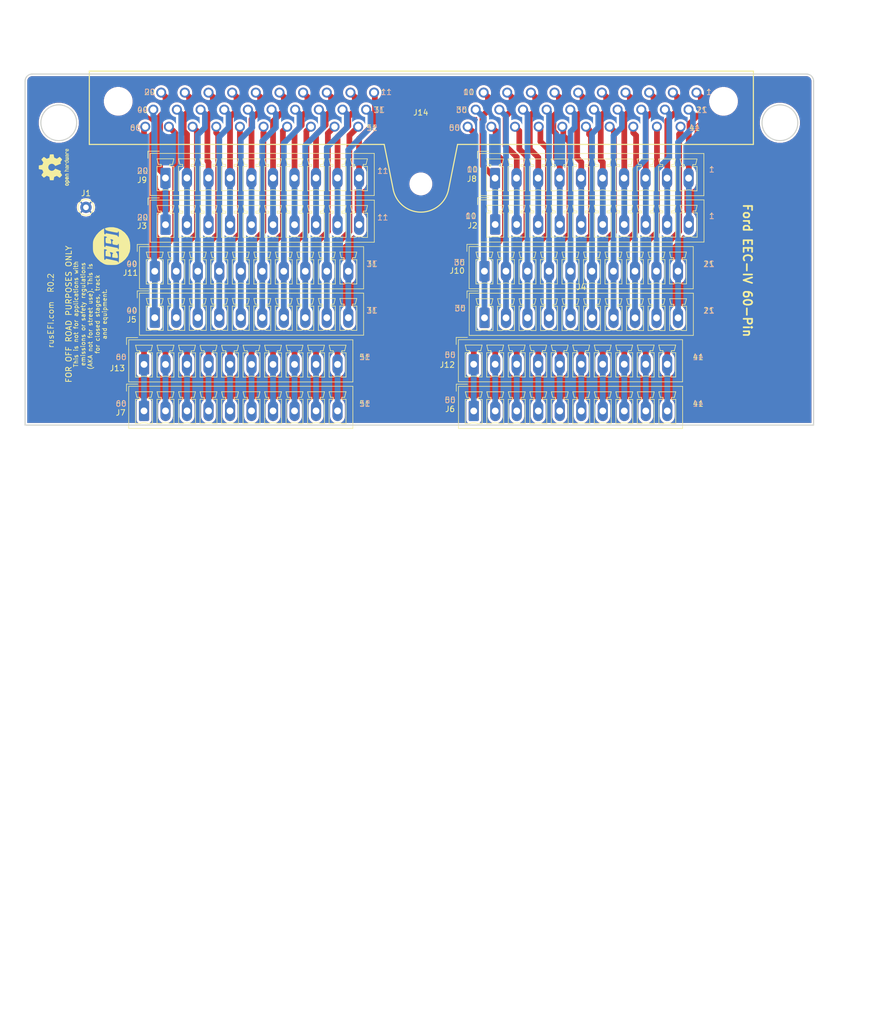
<source format=kicad_pcb>
(kicad_pcb (version 20221018) (generator pcbnew)
  (title_block (title "134pin 7-967288-1 Breakout board") (date "2020-06-02") (rev "R0.1"))
  (layers (0 "F.Cu" signal) (31 "B.Cu" signal) (34 "B.Paste" user) (35 "F.Paste" user) (36 "B.SilkS" user "B.Silkscreen") (37 "F.SilkS" user "F.Silkscreen") (38 "B.Mask" user) (39 "F.Mask" user) (44 "Edge.Cuts" user))
  (net 0 "")
  (net 1 "Net-(J11-Pad4)")
  (net 2 "Net-(J11-Pad3)")
  (net 3 "Net-(J11-Pad2)")
  (net 4 "Net-(J10-Pad4)")
  (net 5 "Net-(J10-Pad3)")
  (net 6 "Net-(J10-Pad2)")
  (net 7 "Net-(J13-Pad2)")
  (net 8 "Net-(J14-Pad2)")
  (net 9 "GND")
  (net 10 "/420")
  (net 11 "/421")
  (net 12 "/10")
  (net 13 "Net-(J14-Pad9)")
  (net 14 "Net-(J14-Pad8)")
  (net 15 "Net-(J14-Pad7)")
  (net 16 "Net-(J14-Pad6)")
  (net 17 "/5")
  (net 18 "Net-(J14-Pad4)")
  (net 19 "Net-(J14-Pad3)")
  (net 20 "/1")
  (net 21 "Net-(J14-Pad19)")
  (net 22 "Net-(J14-Pad18)")
  (net 23 "Net-(J14-Pad17)")
  (net 24 "Net-(J14-Pad16)")
  (net 25 "/15")
  (net 26 "Net-(J14-Pad14)")
  (net 27 "Net-(J14-Pad13)")
  (net 28 "Net-(J14-Pad12)")
  (net 29 "/11")
  (net 30 "/25")
  (net 31 "Net-(J10-Pad7)")
  (net 32 "Net-(J10-Pad8)")
  (net 33 "/31")
  (net 34 "Net-(J12-Pad8)")
  (net 35 "Net-(J12-Pad7)")
  (net 36 "/45")
  (net 37 "Net-(J12-Pad4)")
  (net 38 "Net-(J12-Pad3)")
  (net 39 "Net-(J12-Pad2)")
  (net 40 "/41")
  (net 41 "/60")
  (net 42 "Net-(J13-Pad9)")
  (net 43 "/55")
  (net 44 "/54")
  (net 45 "/53")
  (net 46 "Net-(J10-Pad9)")
  (net 47 "Net-(J10-Pad5)")
  (net 48 "/30")
  (net 49 "Net-(J11-Pad9)")
  (net 50 "Net-(J11-Pad8)")
  (net 51 "Net-(J11-Pad7)")
  (net 52 "/35")
  (net 53 "Net-(J11-Pad5)")
  (net 54 "/40")
  (net 55 "Net-(J12-Pad9)")
  (net 56 "Net-(J12-Pad5)")
  (net 57 "/50")
  (net 58 "Net-(J13-Pad10)")
  (net 59 "Net-(J13-Pad5)")
  (net 60 "Net-(J13-Pad4)")
  (net 61 "Net-(J13-Pad3)")
  (footprint "Symbol:OSHW-Logo2_7.3x6mm_SilkScreen" (layer "F.Cu") (at 101.0793 79.4004 90)
    (fp_text reference "LOGO1" hide)
    (fp_text value "DNP" hide)
  )
  (footprint "TestPoint:TestPoint_Keystone_5000-5004_Miniature" (layer "F.Cu") (at 106.6673 86.4997)
    (fp_text reference "J1")
    (fp_text value "Conn_01x01")
  )
  (footprint "rusEFI:Off_Road_Disclaimer" (layer "F.Cu") (at 106.7943 105.4354 90)
    (fp_text reference "G1" hide)
    (fp_text value "Disclaimer" hide)
  )
  (footprint "rusEFI:LOGO" (layer "F.Cu") (at 111.2393 93.3704 90)
    (fp_text reference "G2" hide)
    (fp_text value "LOGO" hide)
  )
  (footprint "Connector_Phoenix_MC:PhoenixContact_MCV_1,5_10-G-3.81_1x10_P3.81mm_Vertical" (layer "F.Cu") (at 179.1716 89.535)
    (fp_text reference "J2")
    (fp_text value "Conn_01x10")
  )
  (footprint "Connector_Phoenix_MC:PhoenixContact_MCV_1,5_10-G-3.81_1x10_P3.81mm_Vertical" (layer "F.Cu") (at 120.7643 89.5731)
    (fp_text reference "J3")
    (fp_text value "Conn_01x10")
  )
  (footprint "Connector_Phoenix_MC:PhoenixContact_MCV_1,5_10-G-3.81_1x10_P3.81mm_Vertical" (layer "F.Cu") (at 177.2793 106.0831)
    (fp_text reference "J4")
    (fp_text value "Conn_01x10")
  )
  (footprint "Connector_Phoenix_MC:PhoenixContact_MCV_1,5_10-G-3.81_1x10_P3.81mm_Vertical" (layer "F.Cu") (at 118.8593 106.0577)
    (fp_text reference "J5")
    (fp_text value "Conn_01x10")
  )
  (footprint "Connector_Phoenix_MC:PhoenixContact_MCV_1,5_10-G-3.81_1x10_P3.81mm_Vertical" (layer "F.Cu") (at 175.3743 122.5931)
    (fp_text reference "J6")
    (fp_text value "Conn_01x10")
  )
  (footprint "Connector_Phoenix_MC:PhoenixContact_MCV_1,5_10-G-3.81_1x10_P3.81mm_Vertical" (layer "F.Cu") (at 116.9543 122.5804)
    (fp_text reference "J7")
    (fp_text value "Conn_01x10")
  )
  (footprint "Connector_Phoenix_MC:PhoenixContact_MCV_1,5_10-G-3.81_1x10_P3.81mm_Vertical" (layer "F.Cu") (at 179.1462 81.3181)
    (fp_text reference "J8")
    (fp_text value "Conn_01x10")
  )
  (footprint "Connector_Phoenix_MC:PhoenixContact_MCV_1,5_10-G-3.81_1x10_P3.81mm_Vertical" (layer "F.Cu") (at 120.7516 81.2927)
    (fp_text reference "J9")
    (fp_text value "Conn_01x10")
  )
  (footprint "Connector_Phoenix_MC:PhoenixContact_MCV_1,5_10-G-3.81_1x10_P3.81mm_Vertical" (layer "F.Cu") (at 177.2666 97.8154)
    (fp_text reference "J10")
    (fp_text value "Conn_01x10")
  )
  (footprint "Connector_Phoenix_MC:PhoenixContact_MCV_1,5_10-G-3.81_1x10_P3.81mm_Vertical" (layer "F.Cu") (at 175.3616 114.3127)
    (fp_text reference "J12")
    (fp_text value "Conn_01x10")
  )
  (footprint "Connector_Phoenix_MC:PhoenixContact_MCV_1,5_10-G-3.81_1x10_P3.81mm_Vertical" (layer "F.Cu") (at 116.9543 114.3381)
    (fp_text reference "J13")
    (fp_text value "Conn_01x10")
  )
  (footprint "rusEFI:eeciv" (layer "F.Cu") (at 166.009425 62.296099)
    (fp_text reference "J14")
    (fp_text value "EEC-IV")
  )
  (footprint "Connector_Phoenix_MC:PhoenixContact_MCV_1,5_10-G-3.81_1x10_P3.81mm_Vertical" (layer "F.Cu") (at 118.8593 97.8281)
    (fp_text reference "J11")
    (fp_text value "Conn_01x10")
  )
  (gr_line (start 95.885 64.135) (end 95.885 125.095) (stroke (width 0.2)) (layer "Edge.Cuts"))
  (gr_line (start 95.885 125.095) (end 235.585 125.095) (stroke (width 0.2)) (layer "Edge.Cuts"))
  (gr_line (start 234.315 62.865) (end 97.155 62.865) (stroke (width 0.2)) (layer "Edge.Cuts"))
  (gr_line (start 235.585 125.095) (end 235.585 64.135) (stroke (width 0.2)) (layer "Edge.Cuts"))
  (gr_arc (start 95.885 64.135) (mid 96.256974 63.236974) (end 97.155 62.865) (stroke (width 0.2)) (layer "Edge.Cuts"))
  (gr_arc (start 234.315 62.865) (mid 235.213026 63.236974) (end 235.585 64.135) (stroke (width 0.2)) (layer "Edge.Cuts"))
  (gr_circle (center 229.616 71.501) (end 232.791 71.501) (stroke (width 0.2)) (fill none) (layer "Edge.Cuts"))
  (gr_circle (center 101.854 71.501) (end 105.029 71.501) (stroke (width 0.2)) (fill none) (layer "Edge.Cuts"))
  (gr_text "20" (at 117.9703 66.0654) (layer "B.SilkS") (effects (font (size 1.016 1.016) (thickness 0.13)) (justify mirror)))
  (gr_text "60" (at 115.4303 72.4154) (layer "B.SilkS") (effects (font (size 1.016 1.016) (thickness 0.13)) (justify mirror)))
  (gr_text "40" (at 116.7003 69.2404) (layer "B.SilkS") (effects (font (size 1.016 1.016) (thickness 0.13)) (justify mirror)))
  (gr_text "51" (at 157.3403 72.4154) (layer "B.SilkS") (effects (font (size 1.016 1.016) (thickness 0.13)) (justify mirror)))
  (gr_text "41" (at 214.4903 72.4154) (layer "B.SilkS") (effects (font (size 1.016 1.016) (thickness 0.13)) (justify mirror)))
  (gr_text "31" (at 158.6103 69.2404) (layer "B.SilkS") (effects (font (size 1.016 1.016) (thickness 0.13)) (justify mirror)))
  (gr_text "50" (at 171.9453 72.4154) (layer "B.SilkS") (effects (font (size 1.016 1.016) (thickness 0.13)) (justify mirror)))
  (gr_text "30" (at 173.2153 69.2404) (layer "B.SilkS") (effects (font (size 1.016 1.016) (thickness 0.13)) (justify mirror)))
  (gr_text "10" (at 174.4853 66.0654) (layer "B.SilkS") (effects (font (size 1.016 1.016) (thickness 0.13)) (justify mirror)))
  (gr_text "21" (at 215.7603 69.2404) (layer "B.SilkS") (effects (font (size 1.016 1.016) (thickness 0.13)) (justify mirror)))
  (gr_text "1" (at 217.0303 66.0654) (layer "B.SilkS") (effects (font (size 1.016 1.016) (thickness 0.13)) (justify mirror)))
  (gr_text "11" (at 159.8803 66.0654) (layer "B.SilkS") (effects (font (size 1.016 1.016) (thickness 0.13)) (justify mirror)))
  (gr_text "50" (at 171.1833 112.6744) (layer "B.SilkS") (effects (font (size 1.016 1.016) (thickness 0.13)) (justify mirror)))
  (gr_text "50" (at 171.1833 120.6754) (layer "B.SilkS") (effects (font (size 1.016 1.016) (thickness 0.13)) (justify mirror)))
  (gr_text "30" (at 172.8343 96.2914) (layer "B.SilkS") (effects (font (size 1.016 1.016) (thickness 0.13)) (justify mirror)))
  (gr_text "30" (at 172.9613 104.4194) (layer "B.SilkS") (effects (font (size 1.016 1.016) (thickness 0.13)) (justify mirror)))
  (gr_text "10" (at 175.1203 79.7814) (layer "B.SilkS") (effects (font (size 1.016 1.016) (thickness 0.13)) (justify mirror)))
  (gr_text "10" (at 174.8663 88.0364) (layer "B.SilkS") (effects (font (size 1.016 1.016) (thickness 0.13)) (justify mirror)))
  (gr_text "1" (at 217.5383 79.7814) (layer "B.SilkS") (effects (font (size 1.016 1.016) (thickness 0.13)) (justify mirror)))
  (gr_text "1" (at 217.5383 88.0364) (layer "B.SilkS") (effects (font (size 1.016 1.016) (thickness 0.13)) (justify mirror)))
  (gr_text "21" (at 217.0303 96.5454) (layer "B.SilkS") (effects (font (size 1.016 1.016) (thickness 0.13)) (justify mirror)))
  (gr_text "21" (at 217.0303 104.8004) (layer "B.SilkS") (effects (font (size 1.016 1.016) (thickness 0.13)) (justify mirror)))
  (gr_text "41" (at 215.1253 113.0554) (layer "B.SilkS") (effects (font (size 1.016 1.016) (thickness 0.13)) (justify mirror)))
  (gr_text "41" (at 215.1253 121.3104) (layer "B.SilkS") (effects (font (size 1.016 1.016) (thickness 0.13)) (justify mirror)))
  (gr_text "60" (at 112.8903 113.0554) (layer "B.SilkS") (effects (font (size 1.016 1.016) (thickness 0.13)) (justify mirror)))
  (gr_text "60" (at 112.8903 121.3104) (layer "B.SilkS") (effects (font (size 1.016 1.016) (thickness 0.13)) (justify mirror)))
  (gr_text "40" (at 114.7953 96.5454) (layer "B.SilkS") (effects (font (size 1.016 1.016) (thickness 0.13)) (justify mirror)))
  (gr_text "40" (at 114.7953 104.8004) (layer "B.SilkS") (effects (font (size 1.016 1.016) (thickness 0.13)) (justify mirror)))
  (gr_text "20" (at 116.7003 80.0354) (layer "B.SilkS") (effects (font (size 1.016 1.016) (thickness 0.13)) (justify mirror)))
  (gr_text "20" (at 116.7003 88.2904) (layer "B.SilkS") (effects (font (size 1.016 1.016) (thickness 0.13)) (justify mirror)))
  (gr_text "51" (at 156.0703 121.3104) (layer "B.SilkS") (effects (font (size 1.016 1.016) (thickness 0.13)) (justify mirror)))
  (gr_text "51" (at 156.0703 113.0554) (layer "B.SilkS") (effects (font (size 1.016 1.016) (thickness 0.13)) (justify mirror)))
  (gr_text "31" (at 157.3403 96.5454) (layer "B.SilkS") (effects (font (size 1.016 1.016) (thickness 0.13)) (justify mirror)))
  (gr_text "31" (at 157.3403 104.8004) (layer "B.SilkS") (effects (font (size 1.016 1.016) (thickness 0.13)) (justify mirror)))
  (gr_text "11" (at 159.2453 80.0354) (layer "B.SilkS") (effects (font (size 1.016 1.016) (thickness 0.13)) (justify mirror)))
  (gr_text "11" (at 159.2453 88.2904) (layer "B.SilkS") (effects (font (size 1.016 1.016) (thickness 0.13)) (justify mirror)))
  (gr_text "50" (at 171.1833 112.6744) (layer "F.SilkS") (effects (font (size 1.016 1.016) (thickness 0.13))))
  (gr_text "50" (at 171.1833 120.6754) (layer "F.SilkS") (effects (font (size 1.016 1.016) (thickness 0.13))))
  (gr_text "30" (at 172.8343 96.2914) (layer "F.SilkS") (effects (font (size 1.016 1.016) (thickness 0.13))))
  (gr_text "30" (at 172.9613 104.4194) (layer "F.SilkS") (effects (font (size 1.016 1.016) (thickness 0.13))))
  (gr_text "10" (at 175.1203 79.7814) (layer "F.SilkS") (effects (font (size 1.016 1.016) (thickness 0.13))))
  (gr_text "10" (at 174.8663 88.0364) (layer "F.SilkS") (effects (font (size 1.016 1.016) (thickness 0.13))))
  (gr_text "1" (at 217.5383 79.7814) (layer "F.SilkS") (effects (font (size 1.016 1.016) (thickness 0.13))))
  (gr_text "1" (at 217.5383 88.0364) (layer "F.SilkS") (effects (font (size 1.016 1.016) (thickness 0.13))))
  (gr_text "21" (at 217.0303 96.5454) (layer "F.SilkS") (effects (font (size 1.016 1.016) (thickness 0.13))))
  (gr_text "21" (at 217.0303 104.8004) (layer "F.SilkS") (effects (font (size 1.016 1.016) (thickness 0.13))))
  (gr_text "41" (at 215.1253 113.0554) (layer "F.SilkS") (effects (font (size 1.016 1.016) (thickness 0.13))))
  (gr_text "41" (at 215.1253 121.3104) (layer "F.SilkS") (effects (font (size 1.016 1.016) (thickness 0.13))))
  (gr_text "60" (at 112.8903 113.0554) (layer "F.SilkS") (effects (font (size 1.016 1.016) (thickness 0.13))))
  (gr_text "60" (at 112.8903 121.3104) (layer "F.SilkS") (effects (font (size 1.016 1.016) (thickness 0.13))))
  (gr_text "40" (at 114.7953 96.5454) (layer "F.SilkS") (effects (font (size 1.016 1.016) (thickness 0.13))))
  (gr_text "40" (at 114.7953 104.8004) (layer "F.SilkS") (effects (font (size 1.016 1.016) (thickness 0.13))))
  (gr_text "20" (at 116.7003 80.0354) (layer "F.SilkS") (effects (font (size 1.016 1.016) (thickness 0.13))))
  (gr_text "20" (at 116.7003 88.2904) (layer "F.SilkS") (effects (font (size 1.016 1.016) (thickness 0.13))))
  (gr_text "51" (at 156.0703 121.3104) (layer "F.SilkS") (effects (font (size 1.016 1.016) (thickness 0.13))))
  (gr_text "51" (at 156.0703 113.0554) (layer "F.SilkS") (effects (font (size 1.016 1.016) (thickness 0.13))))
  (gr_text "31" (at 157.3403 96.5454) (layer "F.SilkS") (effects (font (size 1.016 1.016) (thickness 0.13))))
  (gr_text "31" (at 157.3403 104.8004) (layer "F.SilkS") (effects (font (size 1.016 1.016) (thickness 0.13))))
  (gr_text "11" (at 159.2453 80.0354) (layer "F.SilkS") (effects (font (size 1.016 1.016) (thickness 0.13))))
  (gr_text "11" (at 159.2453 88.2904) (layer "F.SilkS") (effects (font (size 1.016 1.016) (thickness 0.13))))
  (gr_text "41" (at 214.4903 72.4154) (layer "F.SilkS") (effects (font (size 1.016 1.016) (thickness 0.13))))
  (gr_text "21" (at 215.7603 69.2404) (layer "F.SilkS") (effects (font (size 1.016 1.016) (thickness 0.13))))
  (gr_text "31" (at 158.6103 69.2404) (layer "F.SilkS") (effects (font (size 1.016 1.016) (thickness 0.13))))
  (gr_text "1" (at 217.0303 66.0654) (layer "F.SilkS") (effects (font (size 1.016 1.016) (thickness 0.13))))
  (gr_text "51" (at 157.3403 72.4154) (layer "F.SilkS") (effects (font (size 1.016 1.016) (thickness 0.13))))
  (gr_text "20" (at 117.9703 66.0654) (layer "F.SilkS") (effects (font (size 1.016 1.016) (thickness 0.13))))
  (gr_text "50" (at 171.9453 72.4154) (layer "F.SilkS") (effects (font (size 1.016 1.016) (thickness 0.13))))
  (gr_text "10" (at 174.4853 66.0654) (layer "F.SilkS") (effects (font (size 1.016 1.016) (thickness 0.13))))
  (gr_text "rusEFI.com  R0.2" (at 100.4443 104.8004 90) (layer "F.SilkS") (effects (font (size 1.016 1.016) (thickness 0.13))))
  (gr_text "Ford EEC-IV 60-Pin" (at 223.8629 97.6884 -90) (layer "F.SilkS") (effects (font (size 1.5 1.5) (thickness 0.3))))
  (gr_text "60" (at 115.4303 72.4154) (layer "F.SilkS") (effects (font (size 1.016 1.016) (thickness 0.13))))
  (gr_text "30" (at 173.2153 69.2404) (layer "F.SilkS") (effects (font (size 1.016 1.016) (thickness 0.13))))
  (gr_text "40" (at 116.7003 69.2404) (layer "F.SilkS") (effects (font (size 1.016 1.016) (thickness 0.13))))
  (gr_text "11" (at 159.8803 66.0654) (layer "F.SilkS") (effects (font (size 1.016 1.016) (thickness 0.13))))
  (segment (start 130.2893 97.8154) (end 130.2893 74.002306) (width 1.016) (layer "B.Cu") (net 1))
  (segment (start 131.937399 69.938499) (end 131.1754 69.1765) (width 1.016) (layer "B.Cu") (net 1))
  (segment (start 131.937399 72.354207) (end 131.937399 69.938499) (width 1.016) (layer "B.Cu") (net 1))
  (segment (start 130.2893 74.002306) (end 131.937399 72.354207) (width 1.016) (layer "B.Cu") (net 1))
  (segment (start 130.2893 97.8154) (end 130.2893 106.0704) (width 1.016) (layer "B.Cu") (net 1))
  (segment (start 126.4793 97.8154) (end 126.4793 73.624306) (width 1.016) (layer "B.Cu") (net 2))
  (segment (start 127.745399 69.942499) (end 126.9834 69.1805) (width 1.016) (layer "B.Cu") (net 2))
  (segment (start 127.745399 72.358207) (end 127.745399 69.942499) (width 1.016) (layer "B.Cu") (net 2))
  (segment (start 126.4793 97.8154) (end 126.4793 106.0704) (width 1.016) (layer "B.Cu") (net 2))
  (segment (start 126.4793 73.624306) (end 127.745399 72.358207) (width 1.016) (layer "B.Cu") (net 2))
  (segment (start 123.549399 69.942499) (end 122.7874 69.1805) (width 1.016) (layer "B.Cu") (net 3))
  (segment (start 122.6693 97.8154) (end 122.6693 79.888121) (width 1.016) (layer "B.Cu") (net 3))
  (segment (start 122.6693 79.888121) (end 123.549399 79.008022) (width 1.016) (layer "B.Cu") (net 3))
  (segment (start 122.6693 97.8154) (end 122.6693 106.0704) (width 1.016) (layer "B.Cu") (net 3))
  (segment (start 123.549399 79.008022) (end 123.549399 69.942499) (width 1.016) (layer "B.Cu") (net 3))
  (segment (start 188.7093 97.8154) (end 188.7093 69.5874) (width 1.016) (layer "B.Cu") (net 4))
  (segment (start 188.7093 69.5874) (end 188.2954 69.1735) (width 1.016) (layer "B.Cu") (net 4))
  (segment (start 188.7093 97.8154) (end 188.7093 106.0704) (width 1.016) (layer "B.Cu") (net 4))
  (segment (start 184.8993 97.8154) (end 184.8993 69.9734) (width 1.016) (layer "B.Cu") (net 5))
  (segment (start 184.8993 97.8154) (end 184.8993 106.0704) (width 1.016) (layer "B.Cu") (net 5))
  (segment (start 184.8993 69.9734) (end 184.1034 69.1775) (width 1.016) (layer "B.Cu") (net 5))
  (segment (start 181.0893 97.8154) (end 181.0893 70.3594) (width 1.016) (layer "B.Cu") (net 6))
  (segment (start 181.0893 97.8154) (end 181.0893 106.0704) (width 1.016) (layer "B.Cu") (net 6))
  (segment (start 181.0893 70.3594) (end 179.9074 69.1775) (width 1.016) (layer "B.Cu") (net 6))
  (segment (start 122.47711 73.31121) (end 122.133399 72.967499) (width 1.016) (layer "F.Cu") (net 7))
  (segment (start 120.7643 93.263444) (end 122.47711 91.550634) (width 1.016) (layer "F.Cu") (net 7))
  (segment (start 122.133399 72.967499) (end 121.3714 72.2055) (width 1.016) (layer "F.Cu") (net 7))
  (segment (start 120.7643 114.3254) (end 120.7643 93.263444) (width 1.016) (layer "F.Cu") (net 7))
  (segment (start 122.47711 91.550634) (end 122.47711 73.31121) (width 1.016) (layer "F.Cu") (net 7))
  (segment (start 120.7643 114.3254) (end 120.7643 122.5804) (width 1.016) (layer "B.Cu") (net 7))
  (segment (start 211.415399 66.903499) (end 210.6534 66.1415) (width 1.016) (layer "F.Cu") (net 8))
  (segment (start 209.6643 81.3054) (end 209.6643 71.083306) (width 1.016) (layer "F.Cu") (net 8))
  (segment (start 209.6643 71.083306) (end 211.415399 69.332207) (width 1.016) (layer "F.Cu") (net 8))
  (segment (start 211.415399 69.332207) (end 211.415399 66.903499) (width 1.016) (layer "F.Cu") (net 8))
  (segment (start 209.6643 81.3054) (end 209.6643 89.5604) (width 1.016) (layer "B.Cu") (net 8))
  (segment (start 120.767399 66.913499) (end 120.0054 66.1515) (width 1.016) (layer "F.Cu") (net 10))
  (segment (start 119.796599 70.313007) (end 120.767399 69.342207) (width 1.016) (layer "F.Cu") (net 10))
  (segment (start 119.796599 79.956699) (end 119.796599 70.313007) (width 1.016) (layer "F.Cu") (net 10))
  (segment (start 120.767399 69.342207) (end 120.767399 66.913499) (width 1.016) (layer "F.Cu") (net 10))
  (segment (start 120.7643 80.9244) (end 119.796599 79.956699) (width 1.016) (layer "F.Cu") (net 10))
  (segment (start 120.7643 81.3054) (end 120.7643 80.9244) (width 1.016) (layer "F.Cu") (net 10))
  (segment (start 120.7643 81.3054) (end 120.7643 89.5604) (width 1.016) (layer "B.Cu") (net 10))
  (segment (start 214.199399 72.351207) (end 214.199399 69.935499) (width 1.016) (layer "B.Cu") (net 11))
  (segment (start 211.5693 97.8154) (end 211.5693 74.981306) (width 1.016) (layer "B.Cu") (net 11))
  (segment (start 211.5693 97.8154) (end 211.5693 106.0704) (width 1.016) (layer "B.Cu") (net 11))
  (segment (start 214.199399 69.935499) (end 213.4374 69.1735) (width 1.016) (layer "B.Cu") (net 11))
  (segment (start 211.5693 74.981306) (end 214.199399 72.351207) (width 1.016) (layer "B.Cu") (net 11))
  (segment (start 179.1843 81.3054) (end 176.916599 79.037699) (width 1.016) (layer "F.Cu") (net 12))
  (segment (start 176.916599 70.310007) (end 177.887399 69.339207) (width 1.016) (layer "F.Cu") (net 12))
  (segment (start 177.887399 69.339207) (end 177.887399 66.910499) (width 1.016) (layer "F.Cu") (net 12))
  (segment (start 176.916599 79.037699) (end 176.916599 70.310007) (width 1.016) (layer "F.Cu") (net 12))
  (segment (start 177.887399 66.910499) (end 177.1254 66.1485) (width 1.016) (layer "F.Cu") (net 12))
  (segment (start 179.1843 81.3054) (end 179.1843 89.5604) (width 1.016) (layer "B.Cu") (net 12))
  (segment (start 181.0258 75.616806) (end 181.0258 70.389806) (width 1.016) (layer "F.Cu") (net 13))
  (segment (start 182.073399 66.913499) (end 181.3114 66.1515) (width 1.016) (layer "F.Cu") (net 13))
  (segment (start 182.073399 69.342207) (end 182.073399 66.913499) (width 1.016) (layer "F.Cu") (net 13))
  (segment (start 182.9943 81.3054) (end 182.9943 77.585306) (width 1.016) (layer "F.Cu") (net 13))
  (segment (start 182.9943 77.585306) (end 181.0258 75.616806) (width 1.016) (layer "F.Cu") (net 13))
  (segment (start 181.0258 70.389806) (end 182.073399 69.342207) (width 1.016) (layer "F.Cu") (net 13))
  (segment (start 182.9943 81.3054) (end 182.9943 89.5604) (width 1.016) (layer "B.Cu") (net 13))
  (segment (start 185.304599 70.307007) (end 186.269399 69.342207) (width 1.016) (layer "F.Cu") (net 14))
  (segment (start 186.269399 69.342207) (end 186.269399 66.913499) (width 1.016) (layer "F.Cu") (net 14))
  (segment (start 185.304599 76.159792) (end 185.304599 70.307007) (width 1.016) (layer "F.Cu") (net 14))
  (segment (start 186.8043 81.3054) (end 186.8043 77.659493) (width 1.016) (layer "F.Cu") (net 14))
  (segment (start 186.8043 77.659493) (end 185.304599 76.159792) (width 1.016) (layer "F.Cu") (net 14))
  (segment (start 186.269399 66.913499) (end 185.5074 66.1515) (width 1.016) (layer "F.Cu") (net 14))
  (segment (start 186.8043 81.3054) (end 186.8043 89.5604) (width 1.016) (layer "B.Cu") (net 14))
  (segment (start 190.461399 66.909499) (end 189.6994 66.1475) (width 1.016) (layer "F.Cu") (net 15))
  (segment (start 189.492599 70.307007) (end 190.461399 69.338207) (width 1.016) (layer "F.Cu") (net 15))
  (segment (start 190.6143 78.4894) (end 189.92849 77.80359) (width 1.016) (layer "F.Cu") (net 15))
  (segment (start 190.461399 69.338207) (end 190.461399 66.909499) (width 1.016) (layer "F.Cu") (net 15))
  (segment (start 189.492599 72.960405) (end 189.492599 70.307007) (width 1.016) (layer "F.Cu") (net 15))
  (segment (start 189.92849 77.80359) (end 189.92849 73.396296) (width 1.016) (layer "F.Cu") (net 15))
  (segment (start 189.92849 73.396296) (end 189.492599 72.960405) (width 1.016) (layer "F.Cu") (net 15))
  (segment (start 190.6143 81.3054) (end 190.6143 78.4894) (width 1.016) (layer "F.Cu") (net 15))
  (segment (start 190.6143 81.3054) (end 190.6143 89.5604) (width 1.016) (layer "B.Cu") (net 15))
  (segment (start 193.684599 77.749699) (end 193.684599 70.309007) (width 1.016) (layer "F.Cu") (net 16))
  (segment (start 193.684599 70.309007) (end 194.649399 69.344207) (width 1.016) (layer "F.Cu") (net 16))
  (segment (start 194.649399 66.915499) (end 193.8874 66.1535) (width 1.016) (layer "F.Cu") (net 16))
  (segment (start 194.4243 78.4894) (end 193.684599 77.749699) (width 1.016) (layer "F.Cu") (net 16))
  (segment (start 194.4243 81.3054) (end 194.4243 78.4894) (width 1.016) (layer "F.Cu") (net 16))
  (segment (start 194.649399 69.344207) (end 194.649399 66.915499) (width 1.016) (layer "F.Cu") (net 16))
  (segment (start 194.4243 81.3054) (end 194.4243 89.5604) (width 1.016) (layer "B.Cu") (net 16))
  (segment (start 198.2343 78.4894) (end 197.870599 78.125699) (width 1.016) (layer "F.Cu") (net 17))
  (segment (start 198.2343 81.3054) (end 198.2343 78.4894) (width 1.016) (layer "F.Cu") (net 17))
  (segment (start 197.870599 70.304007) (end 198.841399 69.333207) (width 1.016) (layer "F.Cu") (net 17))
  (segment (start 197.870599 78.125699) (end 197.870599 70.304007) (width 1.016) (layer "F.Cu") (net 17))
  (segment (start 198.841399 69.333207) (end 198.841399 66.904499) (width 1.016) (layer "F.Cu") (net 17))
  (segment (start 198.841399 66.904499) (end 198.0794 66.1425) (width 1.016) (layer "F.Cu") (net 17))
  (segment (start 198.2343 81.3054) (end 198.2343 89.5604) (width 1.016) (layer "B.Cu") (net 17))
  (segment (start 202.0443 81.3054) (end 202.0443 70.319306) (width 1.016) (layer "F.Cu") (net 18))
  (segment (start 203.027399 69.336207) (end 203.027399 66.907499) (width 1.016) (layer "F.Cu") (net 18))
  (segment (start 202.0443 70.319306) (end 203.027399 69.336207) (width 1.016) (layer "F.Cu") (net 18))
  (segment (start 203.027399 66.907499) (end 202.2654 66.1455) (width 1.016) (layer "F.Cu") (net 18))
  (segment (start 202.0443 81.3054) (end 202.0443 89.5604) (width 1.016) (layer "B.Cu") (net 18))
  (segment (start 207.223399 66.907499) (end 206.4614 66.1455) (width 1.016) (layer "F.Cu") (net 19))
  (segment (start 205.8543 81.3054) (end 205.8543 70.705306) (width 1.016) (layer "F.Cu") (net 19))
  (segment (start 205.8543 70.705306) (end 207.223399 69.336207) (width 1.016) (layer "F.Cu") (net 19))
  (segment (start 207.223399 69.336207) (end 207.223399 66.907499) (width 1.016) (layer "F.Cu") (net 19))
  (segment (start 205.8543 81.3054) (end 205.8543 89.5604) (width 1.016) (layer "B.Cu") (net 19))
  (segment (start 213.596201 72.954405) (end 213.596201 71.658499) (width 1.016) (layer "F.Cu") (net 20))
  (segment (start 213.4743 73.076306) (end 213.596201 72.954405) (width 1.016) (layer "F.Cu") (net 20))
  (segment (start 215.603399 69.651301) (end 215.603399 66.909499) (width 1.016) (layer "F.Cu") (net 20))
  (segment (start 215.603399 66.909499) (end 214.8414 66.1475) (width 1.016) (layer "F.Cu") (net 20))
  (segment (start 213.4743 81.3054) (end 213.4743 73.076306) (width 1.016) (layer "F.Cu") (net 20))
  (segment (start 213.596201 71.658499) (end 215.603399 69.651301) (width 1.016) (layer "F.Cu") (net 20))
  (segment (start 213.4743 81.3054) (end 213.4743 89.5604) (width 1.016) (layer "B.Cu") (net 20))
  (segment (start 124.953399 69.345207) (end 124.953399 66.916499) (width 1.016) (layer "F.Cu") (net 21))
  (segment (start 123.992599 72.961405) (end 123.992599 70.306007) (width 1.016) (layer "F.Cu") (net 21))
  (segment (start 124.5743 73.543106) (end 123.992599 72.961405) (width 1.016) (layer "F.Cu") (net 21))
  (segment (start 123.992599 70.306007) (end 124.953399 69.345207) (width 1.016) (layer "F.Cu") (net 21))
  (segment (start 124.953399 66.916499) (end 124.1914 66.1545) (width 1.016) (layer "F.Cu") (net 21))
  (segment (start 124.5743 81.3054) (end 124.5743 73.543106) (width 1.016) (layer "F.Cu") (net 21))
  (segment (start 124.5743 81.3054) (end 124.5743 89.5604) (width 1.016) (layer "B.Cu") (net 21))
  (segment (start 128.184599 70.310007) (end 129.149399 69.345207) (width 1.016) (layer "F.Cu") (net 22))
  (segment (start 129.149399 69.345207) (end 129.149399 66.916499) (width 1.016) (layer "F.Cu") (net 22))
  (segment (start 128.3843 78.4894) (end 128.184599 78.289699) (width 1.016) (layer "F.Cu") (net 22))
  (segment (start 128.184599 78.289699) (end 128.184599 70.310007) (width 1.016) (layer "F.Cu") (net 22))
  (segment (start 129.149399 66.916499) (end 128.3874 66.1545) (width 1.016) (layer "F.Cu") (net 22))
  (segment (start 128.3843 81.3054) (end 128.3843 78.4894) (width 1.016) (layer "F.Cu") (net 22))
  (segment (start 128.3843 81.3054) (end 128.3843 89.5604) (width 1.016) (layer "B.Cu") (net 22))
  (segment (start 132.1943 81.3054) (end 132.1943 70.488306) (width 1.016) (layer "F.Cu") (net 23))
  (segment (start 132.1943 70.488306) (end 133.341399 69.341207) (width 1.016) (layer "F.Cu") (net 23))
  (segment (start 133.341399 66.912499) (end 132.5794 66.1505) (width 1.016) (layer "F.Cu") (net 23))
  (segment (start 133.341399 69.341207) (end 133.341399 66.912499) (width 1.016) (layer "F.Cu") (net 23))
  (segment (start 132.1943 81.3054) (end 132.1943 89.5604) (width 1.016) (layer "B.Cu") (net 23))
  (segment (start 137.529399 66.918499) (end 136.7674 66.1565) (width 1.016) (layer "F.Cu") (net 24))
  (segment (start 137.529399 69.347207) (end 137.529399 66.918499) (width 1.016) (layer "F.Cu") (net 24))
  (segment (start 136.0043 81.3054) (end 136.0043 70.872306) (width 1.016) (layer "F.Cu") (net 24))
  (segment (start 136.0043 70.872306) (end 137.529399 69.347207) (width 1.016) (layer "F.Cu") (net 24))
  (segment (start 136.0043 81.3054) (end 136.0043 89.5604) (width 1.016) (layer "B.Cu") (net 24))
  (segment (start 139.8143 81.3054) (end 139.8143 71.243306) (width 1.016) (layer "F.Cu") (net 25))
  (segment (start 141.721399 69.336207) (end 141.721399 66.907499) (width 1.016) (layer "F.Cu") (net 25))
  (segment (start 139.8143 71.243306) (end 141.721399 69.336207) (width 1.016) (layer "F.Cu") (net 25))
  (segment (start 141.721399 66.907499) (end 140.9594 66.1455) (width 1.016) (layer "F.Cu") (net 25))
  (segment (start 139.8143 81.3054) (end 139.8143 89.5604) (width 1.016) (layer "B.Cu") (net 25))
  (segment (start 143.6243 73.228693) (end 144.8943 71.958693) (width 1.016) (layer "F.Cu") (net 26))
  (segment (start 143.6243 81.3054) (end 143.6243 73.228693) (width 1.016) (layer "F.Cu") (net 26))
  (segment (start 145.907399 66.910499) (end 145.1454 66.1485) (width 1.016) (layer "F.Cu") (net 26))
  (segment (start 145.907399 69.339207) (end 145.907399 66.910499) (width 1.016) (layer "F.Cu") (net 26))
  (segment (start 144.8943 71.958693) (end 144.8943 70.352306) (width 1.016) (layer "F.Cu") (net 26))
  (segment (start 144.8943 70.352306) (end 145.907399 69.339207) (width 1.016) (layer "F.Cu") (net 26))
  (segment (start 143.6243 81.3054) (end 143.6243 89.5604) (width 1.016) (layer "B.Cu") (net 26))
  (segment (start 150.103399 66.910499) (end 150.095825 66.910499) (width 1.016) (layer "F.Cu") (net 27))
  (segment (start 150.095825 66.910499) (end 149.336425 66.151099) (width 1.016) (layer "F.Cu") (net 27))
  (segment (start 149.138599 70.304007) (end 150.103399 69.339207) (width 1.016) (layer "F.Cu") (net 27))
  (segment (start 147.4343 81.3054) (end 147.4343 73.606693) (width 1.016) (layer "F.Cu") (net 27))
  (segment (start 150.103399 69.339207) (end 150.103399 66.910499) (width 1.016) (layer "F.Cu") (net 27))
  (segment (start 149.138599 71.902394) (end 149.138599 70.304007) (width 1.016) (layer "F.Cu") (net 27))
  (segment (start 147.4343 73.606693) (end 149.138599 71.902394) (width 1.016) (layer "F.Cu") (net 27))
  (segment (start 147.4343 81.3054) (end 147.4343 89.5604) (width 1.016) (layer "B.Cu") (net 27))
  (segment (start 153.1493 70.481306) (end 154.295399 69.335207) (width 1.016) (layer "F.Cu") (net 28))
  (segment (start 153.1493 72.085693) (end 153.1493 70.481306) (width 1.016) (layer "F.Cu") (net 28))
  (segment (start 151.2443 73.990693) (end 153.1493 72.085693) (width 1.016) (layer "F.Cu") (net 28))
  (segment (start 154.295399 66.906499) (end 153.5334 66.1445) (width 1.016) (layer "F.Cu") (net 28))
  (segment (start 151.2443 81.3054) (end 151.2443 73.990693) (width 1.016) (layer "F.Cu") (net 28))
  (segment (start 154.295399 69.335207) (end 154.295399 66.906499) (width 1.016) (layer "F.Cu") (net 28))
  (segment (start 151.2443 81.3054) (end 151.2443 89.5604) (width 1.016) (layer "B.Cu") (net 28))
  (segment (start 157.8483 68.376694) (end 157.8483 66.2774) (width 1.016) (layer "F.Cu") (net 29))
  (segment (start 157.892201 68.420595) (end 157.8483 68.376694) (width 1.016) (layer "F.Cu") (net 29))
  (segment (start 155.0543 74.3204) (end 157.8483 71.5264) (width 1.016) (layer "F.Cu") (net 29))
  (segment (start 157.8483 69.976306) (end 157.892201 69.932405) (width 1.016) (layer "F.Cu") (net 29))
  (segment (start 157.892201 69.932405) (end 157.892201 68.420595) (width 1.016) (layer "F.Cu") (net 29))
  (segment (start 155.0543 81.3054) (end 155.0543 74.3204) (width 1.016) (layer "F.Cu") (net 29))
  (segment (start 157.8483 66.2774) (end 157.7214 66.1505) (width 1.016) (layer "F.Cu") (net 29))
  (segment (start 157.8483 71.5264) (end 157.8483 69.976306) (width 1.016) (layer "F.Cu") (net 29))
  (segment (start 155.0543 81.3054) (end 155.0543 89.5604) (width 1.016) (layer "B.Cu") (net 29))
  (segment (start 197.437399 72.346207) (end 197.437399 69.930499) (width 1.016) (layer "B.Cu") (net 30))
  (segment (start 196.3293 73.454306) (end 197.437399 72.346207) (width 1.016) (layer "B.Cu") (net 30))
  (segment (start 197.437399 69.930499) (end 196.6754 69.1685) (width 1.016) (layer "B.Cu") (net 30))
  (segment (start 196.3293 97.8154) (end 196.3293 106.0704) (width 1.016) (layer "B.Cu") (net 30))
  (segment (start 196.3293 97.8154) (end 196.3293 73.454306) (width 1.016) (layer "B.Cu") (net 30))
  (segment (start 200.1393 97.8154) (end 200.1393 106.0704) (width 1.016) (layer "B.Cu") (net 31))
  (segment (start 200.1393 73.771301) (end 201.623399 72.287202) (width 1.016) (layer "B.Cu") (net 31))
  (segment (start 201.623399 69.933499) (end 200.8614 69.1715) (width 1.016) (layer "B.Cu") (net 31))
  (segment (start 200.1393 97.8154) (end 200.1393 73.771301) (width 1.016) (layer "B.Cu") (net 31))
  (segment (start 201.623399 72.287202) (end 201.623399 69.933499) (width 1.016) (layer "B.Cu") (net 31))
  (segment (start 205.819399 78.018022) (end 205.819399 69.933499) (width 1.016) (layer "B.Cu") (net 32))
  (segment (start 203.9493 79.888121) (end 205.819399 78.018022) (width 1.016) (layer "B.Cu") (net 32))
  (segment (start 203.9493 97.8154) (end 203.9493 106.0704) (width 1.016) (layer "B.Cu") (net 32))
  (segment (start 203.9493 97.8154) (end 203.9493 79.888121) (width 1.016) (layer "B.Cu") (net 32))
  (segment (start 205.819399 69.933499) (end 205.0574 69.1715) (width 1.016) (layer "B.Cu") (net 32))
  (segment (start 157.079399 72.354207) (end 157.079399 69.938499) (width 1.016) (layer "B.Cu") (net 33))
  (segment (start 153.1493 97.8154) (end 153.1493 76.284306) (width 1.016) (layer "B.Cu") (net 33))
  (segment (start 153.1493 97.8154) (end 153.1493 106.0704) (width 1.016) (layer "B.Cu") (net 33))
  (segment (start 157.079399 69.938499) (end 156.3174 69.1765) (width 1.016) (layer "B.Cu") (net 33))
  (segment (start 153.1493 76.284306) (end 157.079399 72.354207) (width 1.016) (layer "B.Cu") (net 33))
  (segment (start 204.14149 90.785489) (end 204.14149 73.77422) (width 1.016) (layer "F.Cu") (net 34))
  (segment (start 202.0443 114.3254) (end 202.0443 92.882679) (width 1.016) (layer "F.Cu") (net 34))
  (segment (start 202.0443 92.882679) (end 204.14149 90.785489) (width 1.016) (layer "F.Cu") (net 34))
  (segment (start 204.14149 73.77422) (end 203.6414 73.27413) (width 1.016) (layer "F.Cu") (net 34))
  (segment (start 203.6414 73.27413) (end 203.6414 72.1965) (width 1.016) (layer "F.Cu") (net 34))
  (segment (start 202.0443 114.3254) (end 202.0443 122.5804) (width 1.016) (layer "B.Cu") (net 34))
  (segment (start 198.2343 114.3254) (end 198.2343 92.882679) (width 1.016) (layer "F.Cu") (net 35))
  (segment (start 200.207399 90.90958) (end 200.207399 72.958499) (width 1.016) (layer "F.Cu") (net 35))
  (segment (start 200.207399 72.958499) (end 199.4454 72.1965) (width 1.016) (layer "F.Cu") (net 35))
  (segment (start 198.2343 92.882679) (end 200.207399 90.90958) (width 1.016) (layer "F.Cu") (net 35))
  (segment (start 198.2343 114.3254) (end 198.2343 122.5804) (width 1.016) (layer "B.Cu") (net 35))
  (segment (start 196.13711 73.87421) (end 195.8213 73.5584) (width 1.016) (layer "F.Cu") (net 36))
  (segment (start 195.8213 72.7554) (end 195.2594 72.1935) (width 1.016) (layer "F.Cu") (net 36))
  (segment (start 195.8213 73.5584) (end 195.8213 72.7554) (width 1.016) (layer "F.Cu") (net 36))
  (segment (start 194.4243 93.1164) (end 196.13711 91.40359) (width 1.016) (layer "F.Cu") (net 36))
  (segment (start 194.4243 114.3254) (end 194.4243 93.1164) (width 1.016) (layer "F.Cu") (net 36))
  (segment (start 196.13711 91.40359) (end 196.13711 73.87421) (width 1.016) (layer "F.Cu") (net 36))
  (segment (start 194.4243 114.3254) (end 194.4243 122.5804) (width 1.016) (layer "B.Cu") (net 36))
  (segment (start 186.8043 114.3254) (end 186.8043 92.882679) (width 1.016) (layer "F.Cu") (net 37))
  (segment (start 187.1853 74.8284) (end 187.1853 72.5044) (width 1.016) (layer "F.Cu") (net 37))
  (segment (start 186.8043 92.882679) (end 188.51711 91.169869) (width 1.016) (layer "F.Cu") (net 37))
  (segment (start 188.51711 91.169869) (end 188.51711 76.16021) (width 1.016) (layer "F.Cu") (net 37))
  (segment (start 188.51711 76.16021) (end 187.1853 74.8284) (width 1.016) (layer "F.Cu") (net 37))
  (segment (start 187.1853 72.5044) (end 186.8794 72.1985) (width 1.016) (layer "F.Cu") (net 37))
  (segment (start 186.8043 114.3254) (end 186.8043 122.5804) (width 1.016) (layer "B.Cu") (net 37))
  (segment (start 183.449399 76.172499) (end 183.449399 72.964499) (width 1.016) (layer "F.Cu") (net 38))
  (segment (start 182.9943 114.3254) (end 182.9943 92.882679) (width 1.016) (layer "F.Cu") (net 38))
  (segment (start 182.9943 92.882679) (end 184.70711 91.169869) (width 1.016) (layer "F.Cu") (net 38))
  (segment (start 183.449399 72.964499) (end 182.6874 72.2025) (width 1.016) (layer "F.Cu") (net 38))
  (segment (start 184.70711 91.169869) (end 184.70711 77.43021) (width 1.016) (layer "F.Cu") (net 38))
  (segment (start 184.70711 77.43021) (end 183.449399 76.172499) (width 1.016) (layer "F.Cu") (net 38))
  (segment (start 182.9943 114.3254) (end 182.9943 122.5804) (width 1.016) (layer "B.Cu") (net 38))
  (segment (start 179.253399 72.964499) (end 178.4914 72.2025) (width 1.016) (layer "F.Cu") (net 39))
  (segment (start 179.253399 76.929499) (end 179.253399 72.964499) (width 1.016) (layer "F.Cu") (net 39))
  (segment (start 180.89711 91.550634) (end 180.89711 78.57321) (width 1.016) (layer "F.Cu") (net 39))
  (segment (start 179.1843 114.3254) (end 179.1843 93.263444) (width 1.016) (layer "F.Cu") (net 39))
  (segment (start 179.1843 93.263444) (end 180.89711 91.550634) (width 1.016) (layer "F.Cu") (net 39))
  (segment (start 180.89711 78.57321) (end 179.253399 76.929499) (width 1.016) (layer "F.Cu") (net 39))
  (segment (start 179.1843 114.3254) (end 179.1843 122.5804) (width 1.016) (layer "B.Cu") (net 39))
  (segment (start 211.76149 90.785489) (end 211.76149 73.53604) (width 1.016) (layer "F.Cu") (net 40))
  (segment (start 211.76149 73.53604) (end 212.0214 73.27613) (width 1.016) (layer "F.Cu") (net 40))
  (segment (start 209.6643 92.882679) (end 211.76149 90.785489) (width 1.016) (layer "F.Cu") (net 40))
  (segment (start 209.6643 114.3254) (end 209.6643 92.882679) (width 1.016) (layer "F.Cu") (net 40))
  (segment (start 212.0214 73.27613) (end 212.0214 72.1985) (width 1.016) (layer "F.Cu") (net 40))
  (segment (start 209.6643 114.3254) (end 209.6643 122.5804) (width 1.016) (layer "B.Cu") (net 40))
  (segment (start 116.9543 114.3254) (end 116.9543 72.4336) (width 1.016) (layer "F.Cu") (net 41))
  (segment (start 116.9543 72.4336) (end 117.1854 72.2025) (width 1.016) (layer "F.Cu") (net 41))
  (segment (start 116.9543 114.3254) (end 116.9543 122.5804) (width 1.016) (layer "B.Cu") (net 41))
  (segment (start 149.53149 73.37741) (end 149.53149 76.90019) (width 1.016) (layer "F.Cu") (net 42))
  (segment (start 149.51879 90.772789) (end 149.53149 90.785489) (width 1.016) (layer "F.Cu") (net 42))
  (segment (start 150.459407 72.447117) (end 150.708425 72.198099) (width 1.016) (layer "F.Cu") (net 42))
  (segment (start 149.53149 76.90019) (end 149.51879 76.91289) (width 1.016) (layer "F.Cu") (net 42))
  (segment (start 147.4343 92.882679) (end 149.53149 90.785489) (width 1.016) (layer "F.Cu") (net 42))
  (segment (start 149.53149 73.37741) (end 150.459407 72.449492) (width 1.016) (layer "F.Cu") (net 42))
  (segment (start 149.51879 76.91289) (end 149.51879 90.772789) (width 1.016) (layer "F.Cu") (net 42))
  (segment (start 147.4343 114.3254) (end 147.4343 92.882679) (width 1.016) (layer "F.Cu") (net 42))
  (segment (start 150.459407 72.449492) (end 150.459407 72.447117) (width 1.016) (layer "F.Cu") (net 42))
  (segment (start 147.4343 114.3254) (end 147.4343 122.5804) (width 1.016) (layer "B.Cu") (net 42))
  (segment (start 138.10149 90.785489) (end 138.10149 73.31204) (width 1.016) (layer "F.Cu") (net 43))
  (segment (start 136.0043 92.882679) (end 138.10149 90.785489) (width 1.016) (layer "F.Cu") (net 43))
  (segment (start 136.0043 114.3254) (end 136.0043 92.882679) (width 1.016) (layer "F.Cu") (net 43))
  (segment (start 138.1394 73.27413) (end 138.1394 72.1965) (width 1.016) (layer "F.Cu") (net 43))
  (segment (start 138.10149 73.31204) (end 138.1394 73.27413) (width 1.016) (layer "F.Cu") (net 43))
  (segment (start 136.0043 114.3254) (end 136.0043 122.5804) (width 1.016) (layer "B.Cu") (net 43))
  (segment (start 139.8143 92.882679) (end 141.563401 91.133578) (width 1.016) (layer "F.Cu") (net 44))
  (segment (start 139.8143 114.3254) (end 139.8143 92.882679) (width 1.016) (layer "F.Cu") (net 44))
  (segment (start 141.563401 91.133578) (end 141.563401 72.961499) (width 1.016) (layer "F.Cu") (net 44))
  (segment (start 141.563401 72.961499) (end 142.3254 72.1995) (width 1.016) (layer "F.Cu") (net 44))
  (segment (start 139.8143 114.3254) (end 139.8143 122.5804) (width 1.016) (layer "B.Cu") (net 44))
  (segment (start 145.72149 90.785489) (end 145.72149 72.99941) (width 1.016) (layer "F.Cu") (net 45))
  (segment (start 145.759401 72.961499) (end 146.5214 72.1995) (width 1.016) (layer "F.Cu") (net 45))
  (segment (start 143.6243 114.3254) (end 143.6243 92.882679) (width 1.016) (layer "F.Cu") (net 45))
  (segment (start 145.72149 72.99941) (end 145.759401 72.961499) (width 1.016) (layer "F.Cu") (net 45))
  (segment (start 143.6243 92.882679) (end 145.72149 90.785489) (width 1.016) (layer "F.Cu") (net 45))
  (segment (start 143.6243 114.3254) (end 143.6243 122.5804) (width 1.016) (layer "B.Cu") (net 45))
  (segment (start 207.7593 97.8154) (end 207.7593 79.888121) (width 1.016) (layer "B.Cu") (net 46))
  (segment (start 210.011399 77.636022) (end 210.011399 69.929499) (width 1.016) (layer "B.Cu") (net 46))
  (segment (start 210.011399 69.929499) (end 209.2494 69.1675) (width 1.016) (layer "B.Cu") (net 46))
  (segment (start 207.7593 79.888121) (end 210.011399 77.636022) (width 1.016) (layer "B.Cu") (net 46))
  (segment (start 207.7593 97.8154) (end 207.7593 106.0704) (width 1.016) (layer "B.Cu") (net 46))
  (segment (start 192.5193 73.083306) (end 193.245399 72.357207) (width 1.016) (layer "B.Cu") (net 47))
  (segment (start 192.5193 97.8154) (end 192.5193 73.083306) (width 1.016) (layer "B.Cu") (net 47))
  (segment (start 193.245399 69.941499) (end 192.4834 69.1795) (width 1.016) (layer "B.Cu") (net 47))
  (segment (start 193.245399 72.357207) (end 193.245399 69.941499) (width 1.016) (layer "B.Cu") (net 47))
  (segment (start 192.5193 97.8154) (end 192.5193 106.0704) (width 1.016) (layer "B.Cu") (net 47))
  (segment (start 177.1523 71.210894) (end 177.1523 70.6054) (width 1.016) (layer "B.Cu") (net 48))
  (segment (start 176.916599 72.958405) (end 176.916599 71.446595) (width 1.016) (layer "B.Cu") (net 48))
  (segment (start 177.1523 97.6884) (end 177.1523 73.194106) (width 1.016) (layer "B.Cu") (net 48))
  (segment (start 177.1523 70.6054) (end 175.7214 69.1745) (width 1.016) (layer "B.Cu") (net 48))
  (segment (start 177.2793 97.8154) (end 177.2793 106.0704) (width 1.016) (layer "B.Cu") (net 48))
  (segment (start 177.2793 97.8154) (end 177.1523 97.6884) (width 1.016) (layer "B.Cu") (net 48))
  (segment (start 177.1523 73.194106) (end 176.916599 72.958405) (width 1.016) (layer "B.Cu") (net 48))
  (segment (start 176.916599 71.446595) (end 177.1523 71.210894) (width 1.016) (layer "B.Cu") (net 48))
  (segment (start 149.3393 97.8154) (end 149.3393 106.0704) (width 1.016) (layer "B.Cu") (net 49))
  (segment (start 152.891399 69.932499) (end 152.1294 69.1705) (width 1.016) (layer "B.Cu") (net 49))
  (segment (start 152.891399 72.348207) (end 152.891399 69.932499) (width 1.016) (layer "B.Cu") (net 49))
  (segment (start 149.3393 97.8154) (end 149.3393 75.900306) (width 1.016) (layer "B.Cu") (net 49))
  (segment (start 149.3393 75.900306) (end 152.891399 72.348207) (width 1.016) (layer "B.Cu") (net 49))
  (segment (start 145.5293 75.522306) (end 148.699399 72.352207) (width 1.016) (layer "B.Cu") (net 50))
  (segment (start 145.5293 97.8154) (end 145.5293 75.522306) (width 1.016) (layer "B.Cu") (net 50))
  (segment (start 148.699399 72.352207) (end 148.699399 69.936499) (width 1.016) (layer "B.Cu") (net 50))
  (segment (start 148.699399 69.936499) (end 147.9374 69.1745) (width 1.016) (layer "B.Cu") (net 50))
  (segment (start 145.5293 97.8154) (end 145.5293 106.0704) (width 1.016) (layer "B.Cu") (net 50))
  (segment (start 141.7193 75.136306) (end 144.503399 72.352207) (width 1.016) (layer "B.Cu") (net 51))
  (segment (start 141.7193 97.8154) (end 141.7193 106.0704) (width 1.016) (layer "B.Cu") (net 51))
  (segment (start 144.503399 72.352207) (end 144.503399 69.936499) (width 1.016) (layer "B.Cu") (net 51))
  (segment (start 141.7193 97.8154) (end 141.7193 75.136306) (width 1.016) (layer "B.Cu") (net 51))
  (segment (start 144.503399 69.936499) (end 143.7414 69.1745) (width 1.016) (layer "B.Cu") (net 51))
  (segment (start 140.317399 72.349207) (end 140.317399 69.933499) (width 1.016) (layer "B.Cu") (net 52))
  (segment (start 137.9093 97.8154) (end 137.9093 74.757306) (width 1.016) (layer "B.Cu") (net 52))
  (segment (start 137.9093 74.757306) (end 140.317399 72.349207) (width 1.016) (layer "B.Cu") (net 52))
  (segment (start 140.317399 69.933499) (end 139.5554 69.1715) (width 1.016) (layer "B.Cu") (net 52))
  (segment (start 137.9093 97.8154) (end 137.9093 106.0704) (width 1.016) (layer "B.Cu") (net 52))
  (segment (start 136.125399 69.944499) (end 135.3634 69.1825) (width 1.016) (layer "B.Cu") (net 53))
  (segment (start 136.125399 72.360207) (end 136.125399 69.944499) (width 1.016) (layer "B.Cu") (net 53))
  (segment (start 134.0993 97.8154) (end 134.0993 74.386306) (width 1.016) (layer "B.Cu") (net 53))
  (segment (start 134.0993 97.8154) (end 134.0993 106.0704) (width 1.016) (layer "B.Cu") (net 53))
  (segment (start 134.0993 74.386306) (end 136.125399 72.360207) (width 1.016) (layer "B.Cu") (net 53))
  (segment (start 118.8593 97.8154) (end 118.760201 97.716301) (width 1.016) (layer "B.Cu") (net 54))
  (segment (start 118.760201 97.716301) (end 118.760201 70.413931) (width 1.016) (layer "B.Cu") (net 54))
  (segment (start 118.8593 97.8154) (end 118.8593 106.0704) (width 1.016) (layer "B.Cu") (net 54))
  (segment (start 118.760201 70.413931) (end 118.6014 70.25513) (width 1.016) (layer "B.Cu") (net 54))
  (segment (start 118.6014 70.25513) (end 118.6014 69.1775) (width 1.016) (layer "B.Cu") (net 54))
  (segment (start 205.8543 92.882679) (end 207.8334 90.903579) (width 1.016) (layer "F.Cu") (net 55))
  (segment (start 205.8543 114.3254) (end 205.8543 92.882679) (width 1.016) (layer "F.Cu") (net 55))
  (segment (start 207.8334 73.27013) (end 207.8334 72.1925) (width 1.016) (layer "F.Cu") (net 55))
  (segment (start 207.8334 90.903579) (end 207.8334 73.27013) (width 1.016) (layer "F.Cu") (net 55))
  (segment (start 205.8543 114.3254) (end 205.8543 122.5804) (width 1.016) (layer "B.Cu") (net 55))
  (segment (start 190.6143 114.3254) (end 190.6143 92.882679) (width 1.016) (layer "F.Cu") (net 56))
  (segment (start 191.2493 72.3864) (end 191.0674 72.2045) (width 1.016) (layer "F.Cu") (net 56))
  (segment (start 191.2493 73.8124) (end 191.2493 72.3864) (width 1.016) (layer "F.Cu") (net 56))
  (segment (start 192.32711 91.169869) (end 192.32711 74.89021) (width 1.016) (layer "F.Cu") (net 56))
  (segment (start 192.32711 74.89021) (end 191.2493 73.8124) (width 1.016) (layer "F.Cu") (net 56))
  (segment (start 190.6143 92.882679) (end 192.32711 91.169869) (width 1.016) (layer "F.Cu") (net 56))
  (segment (start 190.6143 114.3254) (end 190.6143 122.5804) (width 1.016) (layer "B.Cu") (net 56))
  (segment (start 175.3743 114.3254) (end 175.3743 73.2684) (width 1.016) (layer "F.Cu") (net 57))
  (segment (start 175.3743 73.2684) (end 174.3054 72.1995) (width 1.016) (layer "F.Cu") (net 57))
  (segment (start 175.3743 114.3254) (end 175.3743 122.5804) (width 1.016) (layer "B.Cu") (net 57))
  (segment (start 154.139401 72.963499) (end 154.9014 72.2015) (width 1.016) (layer "F.Cu") (net 58))
  (segment (start 153.34149 90.785489) (end 153.34149 73.76141) (width 1.016) (layer "F.Cu") (net 58))
  (segment (start 151.2443 92.882679) (end 153.34149 90.785489) (width 1.016) (layer "F.Cu") (net 58))
  (segment (start 153.34149 73.76141) (end 154.139401 72.963499) (width 1.016) (layer "F.Cu") (net 58))
  (segment (start 151.2443 114.3254) (end 151.2443 92.882679) (width 1.016) (layer "F.Cu") (net 58))
  (segment (start 151.2443 114.3254) (end 151.2443 122.5804) (width 1.016) (layer "B.Cu") (net 58))
  (segment (start 132.1943 114.3254) (end 132.1943 92.882679) (width 1.016) (layer "F.Cu") (net 59))
  (segment (start 133.9474 73.28513) (end 133.9474 72.2075) (width 1.016) (layer "F.Cu") (net 59))
  (segment (start 132.1943 92.882679) (end 133.9474 91.129579) (width 1.016) (layer "F.Cu") (net 59))
  (segment (start 133.9474 91.129579) (end 133.9474 73.28513) (width 1.016) (layer "F.Cu") (net 59))
  (segment (start 132.1943 114.3254) (end 132.1943 122.5804) (width 1.016) (layer "B.Cu") (net 59))
  (segment (start 129.7594 73.27913) (end 129.7594 72.2015) (width 1.016) (layer "F.Cu") (net 60))
  (segment (start 130.09711 91.169869) (end 130.09711 73.61684) (width 1.016) (layer "F.Cu") (net 60))
  (segment (start 128.3843 92.882679) (end 130.09711 91.169869) (width 1.016) (layer "F.Cu") (net 60))
  (segment (start 130.09711 73.61684) (end 129.7594 73.27913) (width 1.016) (layer "F.Cu") (net 60))
  (segment (start 128.3843 114.3254) (end 128.3843 92.882679) (width 1.016) (layer "F.Cu") (net 60))
  (segment (start 128.3843 114.3254) (end 128.3843 122.5804) (width 1.016) (layer "B.Cu") (net 60))
  (segment (start 126.329399 72.967499) (end 125.5674 72.2055) (width 1.016) (layer "F.Cu") (net 61))
  (segment (start 124.5743 114.3254) (end 124.5743 92.882679) (width 1.016) (layer "F.Cu") (net 61))
  (segment (start 124.5743 92.882679) (end 126.329399 91.12758) (width 1.016) (layer "F.Cu") (net 61))
  (segment (start 126.329399 91.12758) (end 126.329399 72.967499) (width 1.016) (layer "F.Cu") (net 61))
  (segment (start 124.5743 114.3254) (end 124.5743 122.5804) (width 1.016) (layer "B.Cu") (net 61))
  (zone (net 9) (net_name "GND") (layer "F.Cu") (connect_pads (clearance 0.1524)) (min_thickness 0.254) (fill yes (thermal_gap 0.508) (thermal_bridge_width 0.508))
    (polygon (pts (xy 93.98 60.96) (xy 236.22 60.96) (xy 236.22 228.6) (xy 93.98 228.6)))
  )
  (zone (net 9) (net_name "GND") (layer "B.Cu") (connect_pads (clearance 0.1524)) (min_thickness 0.254) (fill yes (thermal_gap 0.508) (thermal_bridge_width 0.508))
    (polygon (pts (xy 91.44 58.42) (xy 238.76 58.42) (xy 238.76 231.14) (xy 91.44 231.14)))
  )
)
</source>
